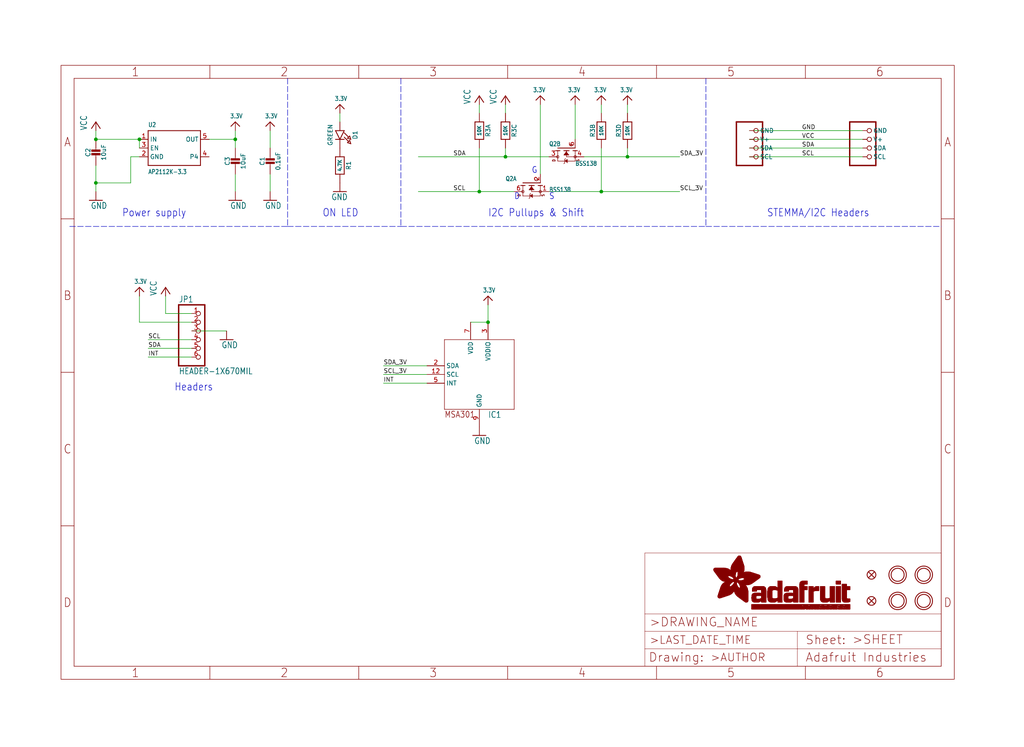
<source format=kicad_sch>
(kicad_sch (version 20211123) (generator eeschema)
  (paper "User" 298.45 217.881)
  (lib_symbols
    (symbol "eagleSchem-eagle-import:3.3V" (power)
      (property "Value" "3.3V" (at -1.524 1.016 0))
      (symbol "3.3V_1_0"
        (pin power_in line (at 0 -2.54 90) (length 2.54) (name "3.3V") (number "1"))
      )
    )
    (symbol "eagleSchem-eagle-import:CAP_CERAMIC0603_NO"
      (property "Reference" "C" (at -2.29 1.25 90))
      (property "Value" "CAP_CERAMIC0603_NO" (at 2.3 1.25 90))
      (symbol "CAP_CERAMIC0603_NO_1_0"
        (pin passive line (at 0 5.08 270) (length 2.54) (name "1") (number "1"))
        (pin passive line (at 0 -2.54 90) (length 2.54) (name "2") (number "2"))
      )
    )
    (symbol "eagleSchem-eagle-import:CAP_CERAMIC0805-NOOUTLINE"
      (property "Reference" "C" (at -2.29 1.25 90))
      (property "Value" "CAP_CERAMIC0805-NOOUTLINE" (at 2.3 1.25 90))
      (symbol "CAP_CERAMIC0805-NOOUTLINE_1_0"
        (pin passive line (at 0 5.08 270) (length 2.54) (name "1") (number "1"))
        (pin passive line (at 0 -2.54 90) (length 2.54) (name "2") (number "2"))
      )
    )
    (symbol "eagleSchem-eagle-import:FIDUCIAL_1MM")
    (symbol "eagleSchem-eagle-import:FRAME_A4_ADAFRUIT"
      (symbol "FRAME_A4_ADAFRUIT_0_0"
        (text "1" (at 21.6958 1.905 0) (effects (font (size 2.54 2.286))))
        (text "1" (at 21.6958 177.165 0) (effects (font (size 2.54 2.286))))
        (text "2" (at 65.0875 1.905 0) (effects (font (size 2.54 2.286))))
        (text "2" (at 65.0875 177.165 0) (effects (font (size 2.54 2.286))))
        (text "3" (at 108.4792 1.905 0) (effects (font (size 2.54 2.286))))
        (text "3" (at 108.4792 177.165 0) (effects (font (size 2.54 2.286))))
        (text "4" (at 151.8708 1.905 0) (effects (font (size 2.54 2.286))))
        (text "4" (at 151.8708 177.165 0) (effects (font (size 2.54 2.286))))
        (text "5" (at 195.2625 1.905 0) (effects (font (size 2.54 2.286))))
        (text "5" (at 195.2625 177.165 0) (effects (font (size 2.54 2.286))))
        (text "6" (at 238.6542 1.905 0) (effects (font (size 2.54 2.286))))
        (text "6" (at 238.6542 177.165 0) (effects (font (size 2.54 2.286))))
        (text "A" (at 1.905 156.6863 0) (effects (font (size 2.54 2.286))))
        (text "A" (at 258.445 156.6863 0) (effects (font (size 2.54 2.286))))
        (text "B" (at 1.905 111.9188 0) (effects (font (size 2.54 2.286))))
        (text "B" (at 258.445 111.9188 0) (effects (font (size 2.54 2.286))))
        (text "C" (at 1.905 67.1513 0) (effects (font (size 2.54 2.286))))
        (text "C" (at 258.445 67.1513 0) (effects (font (size 2.54 2.286))))
        (text "D" (at 1.905 22.3838 0) (effects (font (size 2.54 2.286))))
        (text "D" (at 258.445 22.3838 0) (effects (font (size 2.54 2.286))))
      )
      (symbol "FRAME_A4_ADAFRUIT_1_0"
        (text ">AUTHOR" (at 189.23 5.08 0) (effects (font (size 2.286 2.286)) (justify left bottom)))
        (text ">DRAWING_NAME" (at 171.45 15.24 0) (effects (font (size 2.54 2.54)) (justify left bottom)))
        (text ">LAST_DATE_TIME" (at 171.45 10.16 0) (effects (font (size 2.286 2.286)) (justify left bottom)))
        (text ">SHEET" (at 230.505 10.16 0) (effects (font (size 2.54 2.54)) (justify left bottom)))
        (text "Adafruit Industries" (at 216.916 4.953 0) (effects (font (size 2.54 2.54)) (justify left bottom)))
        (text "Drawing:" (at 171.196 4.953 0) (effects (font (size 2.54 2.54)) (justify left bottom)))
        (text "Sheet:" (at 216.916 10.033 0) (effects (font (size 2.54 2.54)) (justify left bottom)))
      )
    )
    (symbol "eagleSchem-eagle-import:GND" (power)
      (property "Value" "GND" (at -2.54 -2.54 0))
      (symbol "GND_1_0"
        (pin power_in line (at 0 2.54 270) (length 2.54) (name "GND") (number "1"))
      )
    )
    (symbol "eagleSchem-eagle-import:HEADER-1X670MIL"
      (property "Reference" "JP" (at -6.35 10.795 0))
      (property "Value" "HEADER-1X670MIL" (at -6.35 -10.16 0))
      (symbol "HEADER-1X670MIL_1_0"
        (pin passive inverted (at -2.54 7.62 0) (length 2.54) (name "1") (number "1"))
        (pin passive inverted (at -2.54 5.08 0) (length 2.54) (name "2") (number "2"))
        (pin passive inverted (at -2.54 2.54 0) (length 2.54) (name "3") (number "3"))
        (pin passive inverted (at -2.54 0 0) (length 2.54) (name "4") (number "4"))
        (pin passive inverted (at -2.54 -2.54 0) (length 2.54) (name "5") (number "5"))
        (pin passive inverted (at -2.54 -5.08 0) (length 2.54) (name "6") (number "6"))
      )
    )
    (symbol "eagleSchem-eagle-import:LED0603_NOOUTLINE"
      (property "Reference" "D" (at -1.27 4.445 0))
      (property "Value" "LED0603_NOOUTLINE" (at -1.27 -2.794 0))
      (symbol "LED0603_NOOUTLINE_1_0"
        (pin passive line (at -5.08 0 0) (length 2.54) (name "A") (number "A"))
        (pin passive line (at 2.54 0 180) (length 2.54) (name "C") (number "C"))
      )
    )
    (symbol "eagleSchem-eagle-import:MOSFET-N_DUAL"
      (property "Reference" "Q" (at 5.08 0.635 0))
      (property "Value" "MOSFET-N_DUAL" (at 5.08 -1.27 0))
      (symbol "MOSFET-N_DUAL_1_0"
        (text "D" (at 3.175 3.175 0) (effects (font (size 0.8128 0.6908)) (justify left bottom)))
        (text "G" (at -1.27 -1.905 0) (effects (font (size 0.8128 0.6908)) (justify left bottom)))
        (text "S" (at 3.175 -3.81 0) (effects (font (size 0.8128 0.6908)) (justify left bottom)))
        (pin bidirectional line (at 2.54 -5.08 90) (length 2.54) (name "S") (number "1"))
        (pin bidirectional line (at -2.54 -2.54 0) (length 2.54) (name "G") (number "2"))
        (pin bidirectional line (at 2.54 5.08 270) (length 2.54) (name "D") (number "6"))
      )
      (symbol "MOSFET-N_DUAL_2_0"
        (text "D" (at 3.175 3.175 0) (effects (font (size 0.8128 0.6908)) (justify left bottom)))
        (text "G" (at -1.27 -1.905 0) (effects (font (size 0.8128 0.6908)) (justify left bottom)))
        (text "S" (at 3.175 -3.81 0) (effects (font (size 0.8128 0.6908)) (justify left bottom)))
        (pin bidirectional line (at 2.54 5.08 270) (length 2.54) (name "D") (number "3"))
        (pin bidirectional line (at 2.54 -5.08 90) (length 2.54) (name "S") (number "4"))
        (pin bidirectional line (at -2.54 -2.54 0) (length 2.54) (name "G") (number "5"))
      )
    )
    (symbol "eagleSchem-eagle-import:MOUNTINGHOLE2.5")
    (symbol "eagleSchem-eagle-import:MSA301"
      (property "Reference" "IC" (at 2.54 -12.7 0))
      (symbol "MSA301_1_0"
        (text "MSA301" (at -10.16 -12.7 0) (effects (font (size 1.778 1.5113)) (justify left bottom)))
        (pin bidirectional line (at -15.24 0 0) (length 5.08) (name "SCL") (number "12"))
        (pin bidirectional line (at -15.24 2.54 0) (length 5.08) (name "SDA") (number "2"))
        (pin power_in line (at 2.54 15.24 270) (length 5.08) (name "VDDIO") (number "3"))
        (pin output line (at -15.24 -2.54 0) (length 5.08) (name "INT") (number "5"))
        (pin power_in line (at -2.54 15.24 270) (length 5.08) (name "VDD") (number "7"))
        (pin power_in line (at 0 -15.24 90) (length 5.08) (name "GND") (number "9"))
      )
    )
    (symbol "eagleSchem-eagle-import:RESISTOR_0603_NOOUT"
      (property "Reference" "R" (at 0 2.54 0))
      (property "Value" "RESISTOR_0603_NOOUT" (at 0 0 0))
      (symbol "RESISTOR_0603_NOOUT_1_0"
        (pin passive line (at -5.08 0 0) (length 2.54) (name "1") (number "1"))
        (pin passive line (at 5.08 0 180) (length 2.54) (name "2") (number "2"))
      )
    )
    (symbol "eagleSchem-eagle-import:RESISTOR_4PACK"
      (property "Reference" "R" (at 0 2.54 0))
      (property "Value" "RESISTOR_4PACK" (at 0 0 0))
      (symbol "RESISTOR_4PACK_1_0"
        (pin passive line (at -5.08 0 0) (length 2.54) (name "1") (number "1"))
        (pin passive line (at 5.08 0 180) (length 2.54) (name "2") (number "8"))
      )
      (symbol "RESISTOR_4PACK_2_0"
        (pin passive line (at -5.08 0 0) (length 2.54) (name "1") (number "2"))
        (pin passive line (at 5.08 0 180) (length 2.54) (name "2") (number "7"))
      )
      (symbol "RESISTOR_4PACK_3_0"
        (pin passive line (at -5.08 0 0) (length 2.54) (name "1") (number "3"))
        (pin passive line (at 5.08 0 180) (length 2.54) (name "2") (number "6"))
      )
      (symbol "RESISTOR_4PACK_4_0"
        (pin passive line (at -5.08 0 0) (length 2.54) (name "1") (number "4"))
        (pin passive line (at 5.08 0 180) (length 2.54) (name "2") (number "5"))
      )
    )
    (symbol "eagleSchem-eagle-import:STEMMA_I2C_QT"
      (symbol "STEMMA_I2C_QT_1_0"
        (pin passive inverted (at 0 5.08 0) (length 2.54) (name "GND") (number "1"))
        (pin passive inverted (at 0 2.54 0) (length 2.54) (name "V+") (number "2"))
        (pin passive inverted (at 0 0 0) (length 2.54) (name "SDA") (number "3"))
        (pin passive inverted (at 0 -2.54 0) (length 2.54) (name "SCL") (number "4"))
      )
      (symbol "STEMMA_I2C_QT_2_0"
        (pin bidirectional line (at 0 0 0) (length 5.08) (name "MT") (number "MT1"))
      )
      (symbol "STEMMA_I2C_QT_3_0"
        (pin bidirectional line (at 0 0 0) (length 5.08) (name "MT") (number "MT2"))
      )
    )
    (symbol "eagleSchem-eagle-import:VCC" (power)
      (property "Value" "VCC" (at -2.54 -2.54 90))
      (symbol "VCC_1_0"
        (pin power_in line (at 0 -2.54 90) (length 2.54) (name "VCC") (number "1"))
      )
    )
    (symbol "eagleSchem-eagle-import:VREG_SOT23-5"
      (property "Reference" "U" (at -7.62 6.096 0))
      (property "Value" "VREG_SOT23-5" (at -7.62 -7.62 0))
      (symbol "VREG_SOT23-5_1_0"
        (pin power_in line (at -10.16 2.54 0) (length 2.54) (name "IN") (number "1"))
        (pin power_in line (at -10.16 -2.54 0) (length 2.54) (name "GND") (number "2"))
        (pin input line (at -10.16 0 0) (length 2.54) (name "EN") (number "3"))
        (pin bidirectional line (at 10.16 -2.54 180) (length 2.54) (name "P4") (number "4"))
        (pin power_in line (at 10.16 2.54 180) (length 2.54) (name "OUT") (number "5"))
      )
    )
  )
  (junction (at 182.88 45.72))
  (junction (at 40.64 40.64))
  (junction (at 68.58 40.64))
  (junction (at 175.26 55.88))
  (junction (at 139.7 55.88))
  (junction (at 142.24 93.98))
  (junction (at 27.94 53.34))
  (junction (at 147.32 45.72))
  (junction (at 27.94 40.64))
  (wire (pts (xy 147.32 45.72) (xy 121.92 45.72)))
  (wire (pts (xy 147.32 43.18) (xy 147.32 45.72)))
  (wire (pts (xy 27.94 53.34) (xy 27.94 48.26)))
  (wire (pts (xy 55.88 91.44) (xy 48.26 91.44)))
  (wire (pts (xy 55.88 104.14) (xy 43.18 104.14)))
  (wire (pts (xy 27.94 53.34) (xy 27.94 55.88)))
  (wire (pts (xy 142.24 93.98) (xy 142.24 88.9)))
  (wire (pts (xy 218.44 45.72) (xy 251.46 45.72)))
  (wire (pts (xy 124.46 106.68) (xy 111.76 106.68)))
  (wire (pts (xy 160.02 45.72) (xy 147.32 45.72)))
  (polyline (pts (xy 83.82 66.04) (xy 116.84 66.04)))
  (wire (pts (xy 147.32 33.02) (xy 147.32 30.48)))
  (wire (pts (xy 68.58 40.64) (xy 68.58 43.18)))
  (wire (pts (xy 175.26 43.18) (xy 175.26 55.88)))
  (wire (pts (xy 38.1 53.34) (xy 27.94 53.34)))
  (wire (pts (xy 139.7 30.48) (xy 139.7 33.02)))
  (wire (pts (xy 60.96 40.64) (xy 68.58 40.64)))
  (wire (pts (xy 40.64 43.18) (xy 40.64 40.64)))
  (wire (pts (xy 175.26 55.88) (xy 198.12 55.88)))
  (wire (pts (xy 139.7 55.88) (xy 121.92 55.88)))
  (wire (pts (xy 68.58 40.64) (xy 68.58 38.1)))
  (wire (pts (xy 78.74 38.1) (xy 78.74 43.18)))
  (wire (pts (xy 251.46 43.18) (xy 218.44 43.18)))
  (wire (pts (xy 55.88 93.98) (xy 40.64 93.98)))
  (wire (pts (xy 167.64 40.64) (xy 167.64 30.48)))
  (wire (pts (xy 99.06 35.56) (xy 99.06 33.02)))
  (wire (pts (xy 40.64 40.64) (xy 27.94 40.64)))
  (wire (pts (xy 157.48 50.8) (xy 157.48 30.48)))
  (polyline (pts (xy 116.84 22.86) (xy 116.84 66.04)))
  (wire (pts (xy 48.26 91.44) (xy 48.26 86.36)))
  (wire (pts (xy 160.02 55.88) (xy 175.26 55.88)))
  (wire (pts (xy 182.88 33.02) (xy 182.88 30.48)))
  (wire (pts (xy 218.44 40.64) (xy 251.46 40.64)))
  (wire (pts (xy 149.86 55.88) (xy 139.7 55.88)))
  (wire (pts (xy 55.88 101.6) (xy 43.18 101.6)))
  (wire (pts (xy 68.58 50.8) (xy 68.58 55.88)))
  (wire (pts (xy 175.26 33.02) (xy 175.26 30.48)))
  (polyline (pts (xy 205.74 66.04) (xy 274.32 66.04)))
  (wire (pts (xy 27.94 38.1) (xy 27.94 40.64)))
  (wire (pts (xy 182.88 45.72) (xy 198.12 45.72)))
  (wire (pts (xy 170.18 45.72) (xy 182.88 45.72)))
  (wire (pts (xy 78.74 50.8) (xy 78.74 55.88)))
  (wire (pts (xy 182.88 43.18) (xy 182.88 45.72)))
  (wire (pts (xy 55.88 96.52) (xy 66.04 96.52)))
  (wire (pts (xy 137.16 93.98) (xy 142.24 93.98)))
  (wire (pts (xy 40.64 93.98) (xy 40.64 86.36)))
  (polyline (pts (xy 20.32 66.04) (xy 83.82 66.04)))
  (wire (pts (xy 55.88 99.06) (xy 43.18 99.06)))
  (polyline (pts (xy 83.82 22.86) (xy 83.82 66.04)))
  (wire (pts (xy 251.46 38.1) (xy 218.44 38.1)))
  (wire (pts (xy 124.46 111.76) (xy 111.76 111.76)))
  (wire (pts (xy 40.64 45.72) (xy 38.1 45.72)))
  (polyline (pts (xy 116.84 66.04) (xy 205.74 66.04)))
  (wire (pts (xy 139.7 43.18) (xy 139.7 55.88)))
  (wire (pts (xy 111.76 109.22) (xy 124.46 109.22)))
  (polyline (pts (xy 205.74 22.86) (xy 205.74 66.04)))
  (wire (pts (xy 38.1 45.72) (xy 38.1 53.34)))
  (text "Headers" (at 50.8 114.3 180) (effects (font (size 2.1844 1.8567)) (justify left bottom)))
  (text "D" (at 149.86 58.42 180) (effects (font (size 1.778 1.5113)) (justify left bottom)))
  (text "Power supply" (at 35.56 63.5 180) (effects (font (size 2.1844 1.8567)) (justify left bottom)))
  (text "I2C Pullups & Shift" (at 142.24 63.5 180) (effects (font (size 2.1844 1.8567)) (justify left bottom)))
  (text "ON LED" (at 93.98 63.5 180) (effects (font (size 2.1844 1.8567)) (justify left bottom)))
  (text "S" (at 160.02 58.42 180) (effects (font (size 1.778 1.5113)) (justify left bottom)))
  (text "STEMMA/I2C Headers" (at 223.52 63.5 180) (effects (font (size 2.1844 1.8567)) (justify left bottom)))
  (text "G" (at 154.94 50.8 180) (effects (font (size 1.778 1.5113)) (justify left bottom)))
  (label "SDA" (at 43.18 101.6 0) (effects (font (size 1.2446 1.2446))))
  (label "SCL" (at 233.68 45.72 0) (effects (font (size 1.2446 1.2446))))
  (label "GND" (at 233.68 38.1 0) (effects (font (size 1.2446 1.2446))))
  (label "INT" (at 43.18 104.14 0) (effects (font (size 1.2446 1.2446))))
  (label "SDA" (at 233.68 43.18 0) (effects (font (size 1.2446 1.2446))))
  (label "SCL_3V" (at 111.76 109.22 0) (effects (font (size 1.2446 1.2446))))
  (label "SDA_3V" (at 198.12 45.72 0) (effects (font (size 1.2446 1.2446))))
  (label "SCL" (at 132.08 55.88 0) (effects (font (size 1.2446 1.2446))))
  (label "INT" (at 111.76 111.76 0) (effects (font (size 1.2446 1.2446))))
  (label "SDA_3V" (at 111.76 106.68 0) (effects (font (size 1.2446 1.2446))))
  (label "SCL" (at 43.18 99.06 0) (effects (font (size 1.2446 1.2446))))
  (label "VCC" (at 233.68 40.64 0) (effects (font (size 1.2446 1.2446))))
  (label "SDA" (at 132.08 45.72 0) (effects (font (size 1.2446 1.2446))))
  (label "SCL_3V" (at 198.12 55.88 0) (effects (font (size 1.2446 1.2446))))
  (symbol (lib_id "eagleSchem-eagle-import:3.3V") (at 99.06 30.48 0) (unit 1)
    (property "Reference" "#U$3" (effects hide))
    (property "Value" "3.3V" (at 97.536 29.464 0) (effects (font (size 1.27 1.0795)) (justify left bottom)))
    (property "Footprint" "eagleSchem:" (effects hide))
  )
  (symbol (lib_id "eagleSchem-eagle-import:MOUNTINGHOLE2.5") (at 269.24 167.64 0) (unit 1)
    (property "Reference" "U$19" (effects hide))
    (property "Value" "MOUNTINGHOLE2.5" (effects hide))
    (property "Footprint" "eagleSchem:MOUNTINGHOLE_2.5_PLATED" (effects hide))
  )
  (symbol (lib_id "eagleSchem-eagle-import:CAP_CERAMIC0805-NOOUTLINE") (at 27.94 45.72 0) (unit 1)
    (property "Reference" "C2" (at 25.65 44.47 90))
    (property "Value" "10uF" (at 30.24 44.47 90))
    (property "Footprint" "eagleSchem:0805-NO" (effects hide))
  )
  (symbol (lib_id "eagleSchem-eagle-import:RESISTOR_4PACK") (at 147.32 38.1 270) (unit 3)
    (property "Reference" "R3" (at 149.86 38.1 0))
    (property "Value" "10K" (at 147.32 38.1 0) (effects (font (size 1.016 1.016) bold)))
    (property "Footprint" "eagleSchem:RESPACK_4X0603" (effects hide))
  )
  (symbol (lib_id "eagleSchem-eagle-import:CAP_CERAMIC0603_NO") (at 78.74 48.26 0) (unit 1)
    (property "Reference" "C1" (at 76.45 47.01 90))
    (property "Value" "0.1uF" (at 81.04 47.01 90))
    (property "Footprint" "eagleSchem:0603-NO" (effects hide))
  )
  (symbol (lib_id "eagleSchem-eagle-import:VCC") (at 48.26 83.82 0) (unit 1)
    (property "Reference" "#P+4" (effects hide))
    (property "Value" "VCC" (at 45.72 86.36 90) (effects (font (size 1.778 1.5113)) (justify left bottom)))
    (property "Footprint" "eagleSchem:" (effects hide))
  )
  (symbol (lib_id "eagleSchem-eagle-import:3.3V") (at 40.64 83.82 0) (unit 1)
    (property "Reference" "#U$16" (effects hide))
    (property "Value" "3.3V" (at 39.116 82.804 0) (effects (font (size 1.27 1.0795)) (justify left bottom)))
    (property "Footprint" "eagleSchem:" (effects hide))
  )
  (symbol (lib_id "eagleSchem-eagle-import:3.3V") (at 78.74 35.56 0) (unit 1)
    (property "Reference" "#U$14" (effects hide))
    (property "Value" "3.3V" (at 77.216 34.544 0) (effects (font (size 1.27 1.0795)) (justify left bottom)))
    (property "Footprint" "eagleSchem:" (effects hide))
  )
  (symbol (lib_id "eagleSchem-eagle-import:MOUNTINGHOLE2.5") (at 269.24 175.26 0) (unit 1)
    (property "Reference" "U$21" (effects hide))
    (property "Value" "MOUNTINGHOLE2.5" (effects hide))
    (property "Footprint" "eagleSchem:MOUNTINGHOLE_2.5_PLATED" (effects hide))
  )
  (symbol (lib_id "eagleSchem-eagle-import:FIDUCIAL_1MM") (at 254 175.26 0) (unit 1)
    (property "Reference" "FID3" (effects hide))
    (property "Value" "FIDUCIAL_1MM" (effects hide))
    (property "Footprint" "eagleSchem:FIDUCIAL_1MM" (effects hide))
  )
  (symbol (lib_id "eagleSchem-eagle-import:GND") (at 99.06 55.88 0) (unit 1)
    (property "Reference" "#GND6" (effects hide))
    (property "Value" "GND" (at 96.52 58.42 0) (effects (font (size 1.778 1.5113)) (justify left bottom)))
    (property "Footprint" "eagleSchem:" (effects hide))
  )
  (symbol (lib_id "eagleSchem-eagle-import:FIDUCIAL_1MM") (at 254 167.64 0) (unit 1)
    (property "Reference" "FID4" (effects hide))
    (property "Value" "FIDUCIAL_1MM" (effects hide))
    (property "Footprint" "eagleSchem:FIDUCIAL_1MM" (effects hide))
  )
  (symbol (lib_id "eagleSchem-eagle-import:3.3V") (at 157.48 27.94 0) (mirror y) (unit 1)
    (property "Reference" "#U$26" (effects hide))
    (property "Value" "3.3V" (at 159.004 26.924 0) (effects (font (size 1.27 1.0795)) (justify left bottom)))
    (property "Footprint" "eagleSchem:" (effects hide))
  )
  (symbol (lib_id "eagleSchem-eagle-import:MOUNTINGHOLE2.5") (at 261.62 175.26 0) (unit 1)
    (property "Reference" "U$1" (effects hide))
    (property "Value" "MOUNTINGHOLE2.5" (effects hide))
    (property "Footprint" "eagleSchem:MOUNTINGHOLE_2.5_PLATED" (effects hide))
  )
  (symbol (lib_id "eagleSchem-eagle-import:VCC") (at 147.32 27.94 0) (unit 1)
    (property "Reference" "#P+2" (effects hide))
    (property "Value" "VCC" (at 144.78 30.48 90) (effects (font (size 1.778 1.5113)) (justify left bottom)))
    (property "Footprint" "eagleSchem:" (effects hide))
  )
  (symbol (lib_id "eagleSchem-eagle-import:HEADER-1X670MIL") (at 58.42 99.06 0) (unit 1)
    (property "Reference" "JP1" (at 52.07 88.265 0) (effects (font (size 1.778 1.5113)) (justify left bottom)))
    (property "Value" "HEADER-1X670MIL" (at 52.07 109.22 0) (effects (font (size 1.778 1.5113)) (justify left bottom)))
    (property "Footprint" "eagleSchem:1X06_ROUND_70" (effects hide))
  )
  (symbol (lib_id "eagleSchem-eagle-import:3.3V") (at 175.26 27.94 0) (mirror y) (unit 1)
    (property "Reference" "#U$24" (effects hide))
    (property "Value" "3.3V" (at 176.784 26.924 0) (effects (font (size 1.27 1.0795)) (justify left bottom)))
    (property "Footprint" "eagleSchem:" (effects hide))
  )
  (symbol (lib_id "eagleSchem-eagle-import:MSA301") (at 139.7 109.22 0) (unit 1)
    (property "Reference" "IC1" (at 142.24 121.92 0) (effects (font (size 1.778 1.5113)) (justify left bottom)))
    (property "Value" "MSA301" (effects hide))
    (property "Footprint" "eagleSchem:LGA12_2X2MM" (effects hide))
  )
  (symbol (lib_id "eagleSchem-eagle-import:3.3V") (at 167.64 27.94 0) (mirror y) (unit 1)
    (property "Reference" "#U$23" (effects hide))
    (property "Value" "3.3V" (at 169.164 26.924 0) (effects (font (size 1.27 1.0795)) (justify left bottom)))
    (property "Footprint" "eagleSchem:" (effects hide))
  )
  (symbol (lib_id "eagleSchem-eagle-import:RESISTOR_4PACK") (at 139.7 38.1 270) (unit 1)
    (property "Reference" "R3" (at 142.24 38.1 0))
    (property "Value" "10K" (at 139.7 38.1 0) (effects (font (size 1.016 1.016) bold)))
    (property "Footprint" "eagleSchem:RESPACK_4X0603" (effects hide))
  )
  (symbol (lib_id "eagleSchem-eagle-import:3.3V") (at 68.58 35.56 0) (unit 1)
    (property "Reference" "#U$15" (effects hide))
    (property "Value" "3.3V" (at 67.056 34.544 0) (effects (font (size 1.27 1.0795)) (justify left bottom)))
    (property "Footprint" "eagleSchem:" (effects hide))
  )
  (symbol (lib_id "eagleSchem-eagle-import:GND") (at 27.94 58.42 0) (unit 1)
    (property "Reference" "#U$13" (effects hide))
    (property "Value" "GND" (at 26.416 60.96 0) (effects (font (size 1.778 1.5113)) (justify left bottom)))
    (property "Footprint" "eagleSchem:" (effects hide))
  )
  (symbol (lib_id "eagleSchem-eagle-import:3.3V") (at 142.24 86.36 0) (unit 1)
    (property "Reference" "#U$2" (effects hide))
    (property "Value" "3.3V" (at 140.716 85.344 0) (effects (font (size 1.27 1.0795)) (justify left bottom)))
    (property "Footprint" "eagleSchem:" (effects hide))
  )
  (symbol (lib_id "eagleSchem-eagle-import:LED0603_NOOUTLINE") (at 99.06 40.64 270) (unit 1)
    (property "Reference" "D1" (at 103.505 39.37 0))
    (property "Value" "GREEN" (at 96.266 39.37 0))
    (property "Footprint" "eagleSchem:CHIPLED_0603_NOOUTLINE" (effects hide))
  )
  (symbol (lib_id "eagleSchem-eagle-import:MOUNTINGHOLE2.5") (at 261.62 167.64 0) (unit 1)
    (property "Reference" "U$17" (effects hide))
    (property "Value" "MOUNTINGHOLE2.5" (effects hide))
    (property "Footprint" "eagleSchem:MOUNTINGHOLE_2.5_PLATED" (effects hide))
  )
  (symbol (lib_id "eagleSchem-eagle-import:MOSFET-N_DUAL") (at 165.1 43.18 90) (mirror x) (unit 2)
    (property "Reference" "Q2" (at 160.02 41.275 90) (effects (font (size 1.27 1.0795)) (justify right top)))
    (property "Value" "BSS138" (at 167.64 46.99 90) (effects (font (size 1.27 1.0795)) (justify right top)))
    (property "Footprint" "eagleSchem:SOT363" (effects hide))
  )
  (symbol (lib_id "eagleSchem-eagle-import:RESISTOR_4PACK") (at 182.88 38.1 90) (mirror x) (unit 4)
    (property "Reference" "R3" (at 180.34 38.1 0))
    (property "Value" "10K" (at 182.88 38.1 0) (effects (font (size 1.016 1.016) bold)))
    (property "Footprint" "eagleSchem:RESPACK_4X0603" (effects hide))
  )
  (symbol (lib_id "eagleSchem-eagle-import:RESISTOR_0603_NOOUT") (at 99.06 48.26 270) (unit 1)
    (property "Reference" "R1" (at 101.6 48.26 0))
    (property "Value" "4.7K" (at 99.06 48.26 0) (effects (font (size 1.016 1.016) bold)))
    (property "Footprint" "eagleSchem:0603-NO" (effects hide))
  )
  (symbol (lib_id "eagleSchem-eagle-import:FRAME_A4_ADAFRUIT") (at 17.78 198.12 0) (unit 1)
    (property "Reference" "#U$18" (effects hide))
    (property "Value" "FRAME_A4_ADAFRUIT" (effects hide))
    (property "Footprint" "eagleSchem:" (effects hide))
  )
  (symbol (lib_id "eagleSchem-eagle-import:GND") (at 66.04 99.06 0) (unit 1)
    (property "Reference" "#U$10" (effects hide))
    (property "Value" "GND" (at 64.516 101.6 0) (effects (font (size 1.778 1.5113)) (justify left bottom)))
    (property "Footprint" "eagleSchem:" (effects hide))
  )
  (symbol (lib_id "eagleSchem-eagle-import:STEMMA_I2C_QT") (at 218.44 43.18 0) (unit 1)
    (property "Reference" "CONN3" (effects hide))
    (property "Value" "STEMMA_I2C_QT" (effects hide))
    (property "Footprint" "eagleSchem:JST_SH4" (effects hide))
  )
  (symbol (lib_id "eagleSchem-eagle-import:GND") (at 68.58 58.42 0) (unit 1)
    (property "Reference" "#U$5" (effects hide))
    (property "Value" "GND" (at 67.056 60.96 0) (effects (font (size 1.778 1.5113)) (justify left bottom)))
    (property "Footprint" "eagleSchem:" (effects hide))
  )
  (symbol (lib_id "eagleSchem-eagle-import:VREG_SOT23-5") (at 50.8 43.18 0) (unit 1)
    (property "Reference" "U2" (at 43.18 37.084 0) (effects (font (size 1.27 1.0795)) (justify left bottom)))
    (property "Value" "AP2112K-3.3" (at 43.18 50.8 0) (effects (font (size 1.27 1.0795)) (justify left bottom)))
    (property "Footprint" "eagleSchem:SOT23-5" (effects hide))
  )
  (symbol (lib_id "eagleSchem-eagle-import:STEMMA_I2C_QT") (at 251.46 43.18 0) (unit 1)
    (property "Reference" "CONN4" (effects hide))
    (property "Value" "STEMMA_I2C_QT" (effects hide))
    (property "Footprint" "eagleSchem:JST_SH4" (effects hide))
  )
  (symbol (lib_id "eagleSchem-eagle-import:VCC") (at 27.94 35.56 0) (unit 1)
    (property "Reference" "#P+3" (effects hide))
    (property "Value" "VCC" (at 25.4 38.1 90) (effects (font (size 1.778 1.5113)) (justify left bottom)))
    (property "Footprint" "eagleSchem:" (effects hide))
  )
  (symbol (lib_id "eagleSchem-eagle-import:RESISTOR_4PACK") (at 175.26 38.1 90) (mirror x) (unit 2)
    (property "Reference" "R3" (at 172.72 38.1 0))
    (property "Value" "10K" (at 175.26 38.1 0) (effects (font (size 1.016 1.016) bold)))
    (property "Footprint" "eagleSchem:RESPACK_4X0603" (effects hide))
  )
  (symbol (lib_id "eagleSchem-eagle-import:VCC") (at 139.7 27.94 0) (unit 1)
    (property "Reference" "#P+1" (effects hide))
    (property "Value" "VCC" (at 137.16 30.48 90) (effects (font (size 1.778 1.5113)) (justify left bottom)))
    (property "Footprint" "eagleSchem:" (effects hide))
  )
  (symbol (lib_id "eagleSchem-eagle-import:MOSFET-N_DUAL") (at 154.94 53.34 90) (mirror x) (unit 1)
    (property "Reference" "Q2" (at 147.32 51.435 90) (effects (font (size 1.27 1.0795)) (justify right top)))
    (property "Value" "BSS138" (at 160.02 54.61 90) (effects (font (size 1.27 1.0795)) (justify right top)))
    (property "Footprint" "eagleSchem:SOT363" (effects hide))
  )
  (symbol (lib_id "eagleSchem-eagle-import:3.3V") (at 182.88 27.94 0) (mirror y) (unit 1)
    (property "Reference" "#U$7" (effects hide))
    (property "Value" "3.3V" (at 184.404 26.924 0) (effects (font (size 1.27 1.0795)) (justify left bottom)))
    (property "Footprint" "eagleSchem:" (effects hide))
  )
  (symbol (lib_id "eagleSchem-eagle-import:GND") (at 139.7 127 0) (unit 1)
    (property "Reference" "#U$11" (effects hide))
    (property "Value" "GND" (at 138.176 129.54 0) (effects (font (size 1.778 1.5113)) (justify left bottom)))
    (property "Footprint" "eagleSchem:" (effects hide))
  )
  (symbol (lib_id "eagleSchem-eagle-import:GND") (at 78.74 58.42 0) (unit 1)
    (property "Reference" "#U$6" (effects hide))
    (property "Value" "GND" (at 77.216 60.96 0) (effects (font (size 1.778 1.5113)) (justify left bottom)))
    (property "Footprint" "eagleSchem:" (effects hide))
  )
  (symbol (lib_id "eagleSchem-eagle-import:CAP_CERAMIC0805-NOOUTLINE") (at 68.58 48.26 0) (unit 1)
    (property "Reference" "C3" (at 66.29 47.01 90))
    (property "Value" "10uF" (at 70.88 47.01 90))
    (property "Footprint" "eagleSchem:0805-NO" (effects hide))
  )
)
</source>
